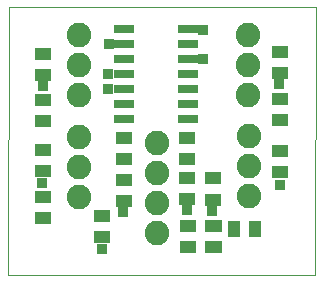
<source format=gts>
G75*
%MOIN*%
%OFA0B0*%
%FSLAX25Y25*%
%IPPOS*%
%LPD*%
%AMOC8*
5,1,8,0,0,1.08239X$1,22.5*
%
%ADD10C,0.00000*%
%ADD11C,0.08200*%
%ADD12R,0.06706X0.03162*%
%ADD13R,0.05524X0.03950*%
%ADD14R,0.03950X0.05524*%
%ADD15R,0.03778X0.03778*%
D10*
X0001424Y0001600D02*
X0001784Y0091123D01*
X0104108Y0091123D01*
X0103748Y0001600D01*
X0001424Y0001600D01*
D11*
X0025119Y0027741D03*
X0025119Y0037741D03*
X0025119Y0047741D03*
X0025119Y0061741D03*
X0025119Y0071741D03*
X0025119Y0081741D03*
X0051119Y0045741D03*
X0051119Y0035741D03*
X0051119Y0025741D03*
X0051119Y0015741D03*
X0081859Y0027931D03*
X0081859Y0037931D03*
X0081859Y0047931D03*
X0081666Y0061847D03*
X0081666Y0071847D03*
X0081666Y0081847D03*
D12*
X0061379Y0083741D03*
X0061379Y0078741D03*
X0061379Y0073741D03*
X0061379Y0068741D03*
X0061379Y0063702D03*
X0061379Y0058741D03*
X0061379Y0053741D03*
X0040119Y0053741D03*
X0040119Y0058741D03*
X0040119Y0063741D03*
X0040119Y0068741D03*
X0040119Y0073741D03*
X0040119Y0078741D03*
X0040119Y0083741D03*
D13*
X0013119Y0075284D03*
X0013119Y0068198D03*
X0013111Y0059961D03*
X0013111Y0052875D03*
X0013119Y0043284D03*
X0013119Y0036198D03*
X0013111Y0027678D03*
X0013111Y0020591D03*
X0032796Y0021379D03*
X0040024Y0026253D03*
X0040024Y0033339D03*
X0040119Y0040198D03*
X0040119Y0047284D03*
X0061119Y0047284D03*
X0061119Y0040198D03*
X0061191Y0033978D03*
X0061191Y0026891D03*
X0069719Y0026808D03*
X0069719Y0033894D03*
X0061440Y0018158D03*
X0061440Y0011072D03*
X0032796Y0014292D03*
X0092245Y0035946D03*
X0092245Y0043032D03*
X0092245Y0053269D03*
X0092245Y0060355D03*
X0092029Y0069048D03*
X0092029Y0076134D03*
D14*
G36*
X0067198Y0016076D02*
X0067177Y0020025D01*
X0072700Y0020054D01*
X0072721Y0016105D01*
X0067198Y0016076D01*
G37*
G36*
X0067235Y0008990D02*
X0067214Y0012939D01*
X0072737Y0012968D01*
X0072758Y0009019D01*
X0067235Y0008990D01*
G37*
X0076891Y0017048D03*
X0083977Y0017048D03*
D15*
X0069629Y0023111D03*
X0061209Y0023221D03*
X0039883Y0022560D03*
X0032796Y0010355D03*
X0012999Y0032501D03*
X0034969Y0063791D03*
X0034999Y0068851D03*
X0035079Y0078611D03*
X0013029Y0064541D03*
X0066469Y0073731D03*
X0066419Y0083391D03*
X0091939Y0065381D03*
X0092245Y0031615D03*
M02*

</source>
